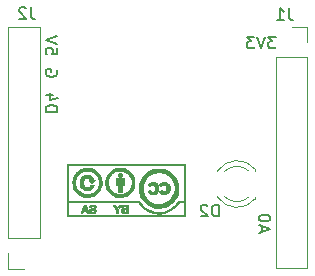
<source format=gbr>
G04 #@! TF.GenerationSoftware,KiCad,Pcbnew,5.0.0*
G04 #@! TF.CreationDate,2018-07-28T11:39:45+02:00*
G04 #@! TF.ProjectId,PTL-IR_remote,50544C2D49525F72656D6F74652E6B69,v1.1*
G04 #@! TF.SameCoordinates,Original*
G04 #@! TF.FileFunction,Legend,Bot*
G04 #@! TF.FilePolarity,Positive*
%FSLAX46Y46*%
G04 Gerber Fmt 4.6, Leading zero omitted, Abs format (unit mm)*
G04 Created by KiCad (PCBNEW 5.0.0) date Sat Jul 28 11:39:45 2018*
%MOMM*%
%LPD*%
G01*
G04 APERTURE LIST*
%ADD10C,0.150000*%
%ADD11C,0.120000*%
%ADD12C,0.002540*%
G04 APERTURE END LIST*
D10*
X175823619Y-106148095D02*
X176823619Y-106148095D01*
X176823619Y-105910000D01*
X176776000Y-105767142D01*
X176680761Y-105671904D01*
X176585523Y-105624285D01*
X176395047Y-105576666D01*
X176252190Y-105576666D01*
X176061714Y-105624285D01*
X175966476Y-105671904D01*
X175871238Y-105767142D01*
X175823619Y-105910000D01*
X175823619Y-106148095D01*
X176490285Y-104719523D02*
X175823619Y-104719523D01*
X176871238Y-104957619D02*
X176156952Y-105195714D01*
X176156952Y-104576666D01*
X194143333Y-116284285D02*
X194143333Y-115808095D01*
X193857619Y-116379523D02*
X194857619Y-116046190D01*
X193857619Y-115712857D01*
X194857619Y-115189047D02*
X194857619Y-115093809D01*
X194810000Y-114998571D01*
X194762380Y-114950952D01*
X194667142Y-114903333D01*
X194476666Y-114855714D01*
X194238571Y-114855714D01*
X194048095Y-114903333D01*
X193952857Y-114950952D01*
X193905238Y-114998571D01*
X193857619Y-115093809D01*
X193857619Y-115189047D01*
X193905238Y-115284285D01*
X193952857Y-115331904D01*
X194048095Y-115379523D01*
X194238571Y-115427142D01*
X194476666Y-115427142D01*
X194667142Y-115379523D01*
X194762380Y-115331904D01*
X194810000Y-115284285D01*
X194857619Y-115189047D01*
X195294095Y-99782380D02*
X194675047Y-99782380D01*
X195008380Y-100163333D01*
X194865523Y-100163333D01*
X194770285Y-100210952D01*
X194722666Y-100258571D01*
X194675047Y-100353809D01*
X194675047Y-100591904D01*
X194722666Y-100687142D01*
X194770285Y-100734761D01*
X194865523Y-100782380D01*
X195151238Y-100782380D01*
X195246476Y-100734761D01*
X195294095Y-100687142D01*
X194389333Y-99782380D02*
X194056000Y-100782380D01*
X193722666Y-99782380D01*
X193484571Y-99782380D02*
X192865523Y-99782380D01*
X193198857Y-100163333D01*
X193056000Y-100163333D01*
X192960761Y-100210952D01*
X192913142Y-100258571D01*
X192865523Y-100353809D01*
X192865523Y-100591904D01*
X192913142Y-100687142D01*
X192960761Y-100734761D01*
X193056000Y-100782380D01*
X193341714Y-100782380D01*
X193436952Y-100734761D01*
X193484571Y-100687142D01*
X176823619Y-100774476D02*
X176823619Y-101250666D01*
X176347428Y-101298285D01*
X176395047Y-101250666D01*
X176442666Y-101155428D01*
X176442666Y-100917333D01*
X176395047Y-100822095D01*
X176347428Y-100774476D01*
X176252190Y-100726857D01*
X176014095Y-100726857D01*
X175918857Y-100774476D01*
X175871238Y-100822095D01*
X175823619Y-100917333D01*
X175823619Y-101155428D01*
X175871238Y-101250666D01*
X175918857Y-101298285D01*
X176823619Y-100441142D02*
X175823619Y-100107809D01*
X176823619Y-99774476D01*
X176776000Y-102608095D02*
X176823619Y-102703333D01*
X176823619Y-102846190D01*
X176776000Y-102989047D01*
X176680761Y-103084285D01*
X176585523Y-103131904D01*
X176395047Y-103179523D01*
X176252190Y-103179523D01*
X176061714Y-103131904D01*
X175966476Y-103084285D01*
X175871238Y-102989047D01*
X175823619Y-102846190D01*
X175823619Y-102750952D01*
X175871238Y-102608095D01*
X175918857Y-102560476D01*
X176252190Y-102560476D01*
X176252190Y-102750952D01*
D11*
G04 #@! TO.C,D2*
X190351665Y-111189392D02*
G75*
G02X193584000Y-111032484I1672335J-1078608D01*
G01*
X190351665Y-113346608D02*
G75*
G03X193584000Y-113503516I1672335J1078608D01*
G01*
X190982870Y-111188163D02*
G75*
G02X193064961Y-111188000I1041130J-1079837D01*
G01*
X190982870Y-113347837D02*
G75*
G03X193064961Y-113348000I1041130J1079837D01*
G01*
X193584000Y-111032000D02*
X193584000Y-111188000D01*
X193584000Y-113348000D02*
X193584000Y-113504000D01*
G04 #@! TO.C,J1*
X197989500Y-101536500D02*
X197989500Y-119376500D01*
X197989500Y-119376500D02*
X195329500Y-119376500D01*
X195329500Y-119376500D02*
X195329500Y-101536500D01*
X195329500Y-101536500D02*
X197989500Y-101536500D01*
X197989500Y-100266500D02*
X197989500Y-98936500D01*
X197989500Y-98936500D02*
X196659500Y-98936500D01*
G04 #@! TO.C,J2*
X172660000Y-116840000D02*
X172660000Y-99000000D01*
X172660000Y-99000000D02*
X175320000Y-99000000D01*
X175320000Y-99000000D02*
X175320000Y-116840000D01*
X175320000Y-116840000D02*
X172660000Y-116840000D01*
X172660000Y-118110000D02*
X172660000Y-119440000D01*
X172660000Y-119440000D02*
X173990000Y-119440000D01*
D12*
G04 #@! TO.C,G\002A\002A\002A*
G36*
X178704240Y-112130840D02*
X178711860Y-112252760D01*
X178737260Y-112372140D01*
X178777900Y-112483900D01*
X178805840Y-112527080D01*
X178843940Y-112577880D01*
X178884580Y-112626140D01*
X178889660Y-112631220D01*
X178986180Y-112709960D01*
X179095400Y-112768380D01*
X179212240Y-112798860D01*
X179336700Y-112811560D01*
X179463700Y-112801400D01*
X179471320Y-112798860D01*
X179578000Y-112768380D01*
X179674520Y-112712500D01*
X179753260Y-112638840D01*
X179819300Y-112544860D01*
X179867560Y-112433100D01*
X179885340Y-112364520D01*
X179895500Y-112328960D01*
X179735480Y-112328960D01*
X179575460Y-112328960D01*
X179567840Y-112382300D01*
X179550060Y-112435640D01*
X179517040Y-112483900D01*
X179476400Y-112519460D01*
X179471320Y-112522000D01*
X179443380Y-112532160D01*
X179402740Y-112542320D01*
X179372260Y-112547400D01*
X179285900Y-112552480D01*
X179209700Y-112532160D01*
X179143660Y-112491520D01*
X179090320Y-112428020D01*
X179052220Y-112344200D01*
X179026820Y-112240060D01*
X179019200Y-112148620D01*
X179024280Y-112054640D01*
X179039520Y-111965740D01*
X179067460Y-111889540D01*
X179070000Y-111881920D01*
X179113180Y-111823500D01*
X179171600Y-111777780D01*
X179232560Y-111754920D01*
X179311300Y-111744760D01*
X179390040Y-111754920D01*
X179458620Y-111782860D01*
X179514500Y-111826040D01*
X179547520Y-111874300D01*
X179567840Y-111917480D01*
X179572920Y-111942880D01*
X179562760Y-111955580D01*
X179537360Y-111960660D01*
X179527200Y-111960660D01*
X179478940Y-111960660D01*
X179603400Y-112085120D01*
X179727860Y-112209580D01*
X179852320Y-112085120D01*
X179976780Y-111960660D01*
X179931060Y-111960660D01*
X179892960Y-111953040D01*
X179872640Y-111932720D01*
X179867560Y-111897160D01*
X179862480Y-111866680D01*
X179842160Y-111820960D01*
X179814220Y-111767620D01*
X179783740Y-111714280D01*
X179750720Y-111668560D01*
X179722780Y-111635540D01*
X179638960Y-111569500D01*
X179542440Y-111521240D01*
X179435760Y-111493300D01*
X179321460Y-111485680D01*
X179204620Y-111495840D01*
X179090320Y-111528860D01*
X179024280Y-111559340D01*
X178932840Y-111617760D01*
X178856640Y-111696500D01*
X178793140Y-111790480D01*
X178747420Y-111897160D01*
X178716940Y-112011460D01*
X178704240Y-112130840D01*
X178704240Y-112130840D01*
G37*
X178704240Y-112130840D02*
X178711860Y-112252760D01*
X178737260Y-112372140D01*
X178777900Y-112483900D01*
X178805840Y-112527080D01*
X178843940Y-112577880D01*
X178884580Y-112626140D01*
X178889660Y-112631220D01*
X178986180Y-112709960D01*
X179095400Y-112768380D01*
X179212240Y-112798860D01*
X179336700Y-112811560D01*
X179463700Y-112801400D01*
X179471320Y-112798860D01*
X179578000Y-112768380D01*
X179674520Y-112712500D01*
X179753260Y-112638840D01*
X179819300Y-112544860D01*
X179867560Y-112433100D01*
X179885340Y-112364520D01*
X179895500Y-112328960D01*
X179735480Y-112328960D01*
X179575460Y-112328960D01*
X179567840Y-112382300D01*
X179550060Y-112435640D01*
X179517040Y-112483900D01*
X179476400Y-112519460D01*
X179471320Y-112522000D01*
X179443380Y-112532160D01*
X179402740Y-112542320D01*
X179372260Y-112547400D01*
X179285900Y-112552480D01*
X179209700Y-112532160D01*
X179143660Y-112491520D01*
X179090320Y-112428020D01*
X179052220Y-112344200D01*
X179026820Y-112240060D01*
X179019200Y-112148620D01*
X179024280Y-112054640D01*
X179039520Y-111965740D01*
X179067460Y-111889540D01*
X179070000Y-111881920D01*
X179113180Y-111823500D01*
X179171600Y-111777780D01*
X179232560Y-111754920D01*
X179311300Y-111744760D01*
X179390040Y-111754920D01*
X179458620Y-111782860D01*
X179514500Y-111826040D01*
X179547520Y-111874300D01*
X179567840Y-111917480D01*
X179572920Y-111942880D01*
X179562760Y-111955580D01*
X179537360Y-111960660D01*
X179527200Y-111960660D01*
X179478940Y-111960660D01*
X179603400Y-112085120D01*
X179727860Y-112209580D01*
X179852320Y-112085120D01*
X179976780Y-111960660D01*
X179931060Y-111960660D01*
X179892960Y-111953040D01*
X179872640Y-111932720D01*
X179867560Y-111897160D01*
X179862480Y-111866680D01*
X179842160Y-111820960D01*
X179814220Y-111767620D01*
X179783740Y-111714280D01*
X179750720Y-111668560D01*
X179722780Y-111635540D01*
X179638960Y-111569500D01*
X179542440Y-111521240D01*
X179435760Y-111493300D01*
X179321460Y-111485680D01*
X179204620Y-111495840D01*
X179090320Y-111528860D01*
X179024280Y-111559340D01*
X178932840Y-111617760D01*
X178856640Y-111696500D01*
X178793140Y-111790480D01*
X178747420Y-111897160D01*
X178716940Y-112011460D01*
X178704240Y-112130840D01*
G36*
X181942740Y-111526320D02*
X181952900Y-111577120D01*
X181980840Y-111622840D01*
X182021480Y-111660940D01*
X182079900Y-111683800D01*
X182084980Y-111683800D01*
X182120540Y-111683800D01*
X182163720Y-111676180D01*
X182173880Y-111671100D01*
X182206900Y-111660940D01*
X182224680Y-111653320D01*
X182227220Y-111653320D01*
X182234840Y-111643160D01*
X182250080Y-111620300D01*
X182255160Y-111610140D01*
X182280560Y-111549180D01*
X182283100Y-111488220D01*
X182265320Y-111434880D01*
X182229760Y-111389160D01*
X182178960Y-111356140D01*
X182118000Y-111343440D01*
X182107840Y-111343440D01*
X182046880Y-111353600D01*
X181998620Y-111384080D01*
X181965600Y-111424720D01*
X181947820Y-111472980D01*
X181942740Y-111526320D01*
X181942740Y-111526320D01*
G37*
X181942740Y-111526320D02*
X181952900Y-111577120D01*
X181980840Y-111622840D01*
X182021480Y-111660940D01*
X182079900Y-111683800D01*
X182084980Y-111683800D01*
X182120540Y-111683800D01*
X182163720Y-111676180D01*
X182173880Y-111671100D01*
X182206900Y-111660940D01*
X182224680Y-111653320D01*
X182227220Y-111653320D01*
X182234840Y-111643160D01*
X182250080Y-111620300D01*
X182255160Y-111610140D01*
X182280560Y-111549180D01*
X182283100Y-111488220D01*
X182265320Y-111434880D01*
X182229760Y-111389160D01*
X182178960Y-111356140D01*
X182118000Y-111343440D01*
X182107840Y-111343440D01*
X182046880Y-111353600D01*
X181998620Y-111384080D01*
X181965600Y-111424720D01*
X181947820Y-111472980D01*
X181942740Y-111526320D01*
G36*
X181780180Y-111869220D02*
X181782720Y-111909860D01*
X181782720Y-111965740D01*
X181782720Y-112034320D01*
X181782720Y-112100360D01*
X181785260Y-112328960D01*
X181851300Y-112334040D01*
X181917340Y-112336580D01*
X181922420Y-112633760D01*
X181924960Y-112928400D01*
X182115460Y-112928400D01*
X182308500Y-112928400D01*
X182308500Y-112628680D01*
X182308500Y-112328960D01*
X182361840Y-112331500D01*
X182399940Y-112331500D01*
X182427880Y-112331500D01*
X182432960Y-112331500D01*
X182438040Y-112323880D01*
X182443120Y-112303560D01*
X182445660Y-112268000D01*
X182448200Y-112212120D01*
X182448200Y-112135920D01*
X182448200Y-112069880D01*
X182448200Y-111980980D01*
X182448200Y-111909860D01*
X182445660Y-111859060D01*
X182440580Y-111826040D01*
X182438040Y-111800640D01*
X182430420Y-111785400D01*
X182427880Y-111782860D01*
X182420260Y-111775240D01*
X182412640Y-111767620D01*
X182397400Y-111762540D01*
X182374540Y-111760000D01*
X182341520Y-111757460D01*
X182290720Y-111754920D01*
X182222140Y-111754920D01*
X182130700Y-111754920D01*
X182115460Y-111754920D01*
X182016400Y-111754920D01*
X181937660Y-111757460D01*
X181879240Y-111760000D01*
X181836060Y-111765080D01*
X181808120Y-111772700D01*
X181792880Y-111785400D01*
X181785260Y-111803180D01*
X181782720Y-111826040D01*
X181780180Y-111851440D01*
X181780180Y-111869220D01*
X181780180Y-111869220D01*
G37*
X181780180Y-111869220D02*
X181782720Y-111909860D01*
X181782720Y-111965740D01*
X181782720Y-112034320D01*
X181782720Y-112100360D01*
X181785260Y-112328960D01*
X181851300Y-112334040D01*
X181917340Y-112336580D01*
X181922420Y-112633760D01*
X181924960Y-112928400D01*
X182115460Y-112928400D01*
X182308500Y-112928400D01*
X182308500Y-112628680D01*
X182308500Y-112328960D01*
X182361840Y-112331500D01*
X182399940Y-112331500D01*
X182427880Y-112331500D01*
X182432960Y-112331500D01*
X182438040Y-112323880D01*
X182443120Y-112303560D01*
X182445660Y-112268000D01*
X182448200Y-112212120D01*
X182448200Y-112135920D01*
X182448200Y-112069880D01*
X182448200Y-111980980D01*
X182448200Y-111909860D01*
X182445660Y-111859060D01*
X182440580Y-111826040D01*
X182438040Y-111800640D01*
X182430420Y-111785400D01*
X182427880Y-111782860D01*
X182420260Y-111775240D01*
X182412640Y-111767620D01*
X182397400Y-111762540D01*
X182374540Y-111760000D01*
X182341520Y-111757460D01*
X182290720Y-111754920D01*
X182222140Y-111754920D01*
X182130700Y-111754920D01*
X182115460Y-111754920D01*
X182016400Y-111754920D01*
X181937660Y-111757460D01*
X181879240Y-111760000D01*
X181836060Y-111765080D01*
X181808120Y-111772700D01*
X181792880Y-111785400D01*
X181785260Y-111803180D01*
X181782720Y-111826040D01*
X181780180Y-111851440D01*
X181780180Y-111869220D01*
G36*
X184459880Y-112877600D02*
X184459880Y-112892840D01*
X184475120Y-112920780D01*
X184490360Y-112943640D01*
X184564020Y-113024920D01*
X184645300Y-113080800D01*
X184736740Y-113118900D01*
X184840880Y-113134140D01*
X184957720Y-113131600D01*
X185054240Y-113113820D01*
X185138060Y-113078260D01*
X185214260Y-113024920D01*
X185226960Y-113012220D01*
X185293000Y-112933480D01*
X185341260Y-112842040D01*
X185369200Y-112735360D01*
X185371740Y-112715040D01*
X185376820Y-112595660D01*
X185364120Y-112486440D01*
X185331100Y-112382300D01*
X185280300Y-112293400D01*
X185214260Y-112219740D01*
X185132980Y-112161320D01*
X185084720Y-112138460D01*
X184985660Y-112115600D01*
X184878980Y-112107980D01*
X184772300Y-112118140D01*
X184673240Y-112146080D01*
X184660540Y-112151160D01*
X184614820Y-112176560D01*
X184564020Y-112214660D01*
X184518300Y-112257840D01*
X184482740Y-112298480D01*
X184470040Y-112316260D01*
X184462420Y-112334040D01*
X184462420Y-112346740D01*
X184475120Y-112356900D01*
X184500520Y-112372140D01*
X184543700Y-112395000D01*
X184561480Y-112405160D01*
X184668160Y-112458500D01*
X184729120Y-112395000D01*
X184764680Y-112359440D01*
X184787540Y-112341660D01*
X184812940Y-112331500D01*
X184845960Y-112328960D01*
X184861200Y-112328960D01*
X184932320Y-112339120D01*
X184988200Y-112367060D01*
X185031380Y-112417860D01*
X185051700Y-112450880D01*
X185072020Y-112516920D01*
X185082180Y-112595660D01*
X185082180Y-112679480D01*
X185066940Y-112755680D01*
X185054240Y-112791240D01*
X185016140Y-112849660D01*
X184965340Y-112890300D01*
X184904380Y-112910620D01*
X184838340Y-112913160D01*
X184774840Y-112892840D01*
X184718960Y-112852200D01*
X184691020Y-112821720D01*
X184670700Y-112796320D01*
X184665620Y-112786160D01*
X184658000Y-112781080D01*
X184640220Y-112781080D01*
X184609740Y-112793780D01*
X184564020Y-112819180D01*
X184520840Y-112842040D01*
X184482740Y-112862360D01*
X184462420Y-112875060D01*
X184459880Y-112877600D01*
X184459880Y-112877600D01*
G37*
X184459880Y-112877600D02*
X184459880Y-112892840D01*
X184475120Y-112920780D01*
X184490360Y-112943640D01*
X184564020Y-113024920D01*
X184645300Y-113080800D01*
X184736740Y-113118900D01*
X184840880Y-113134140D01*
X184957720Y-113131600D01*
X185054240Y-113113820D01*
X185138060Y-113078260D01*
X185214260Y-113024920D01*
X185226960Y-113012220D01*
X185293000Y-112933480D01*
X185341260Y-112842040D01*
X185369200Y-112735360D01*
X185371740Y-112715040D01*
X185376820Y-112595660D01*
X185364120Y-112486440D01*
X185331100Y-112382300D01*
X185280300Y-112293400D01*
X185214260Y-112219740D01*
X185132980Y-112161320D01*
X185084720Y-112138460D01*
X184985660Y-112115600D01*
X184878980Y-112107980D01*
X184772300Y-112118140D01*
X184673240Y-112146080D01*
X184660540Y-112151160D01*
X184614820Y-112176560D01*
X184564020Y-112214660D01*
X184518300Y-112257840D01*
X184482740Y-112298480D01*
X184470040Y-112316260D01*
X184462420Y-112334040D01*
X184462420Y-112346740D01*
X184475120Y-112356900D01*
X184500520Y-112372140D01*
X184543700Y-112395000D01*
X184561480Y-112405160D01*
X184668160Y-112458500D01*
X184729120Y-112395000D01*
X184764680Y-112359440D01*
X184787540Y-112341660D01*
X184812940Y-112331500D01*
X184845960Y-112328960D01*
X184861200Y-112328960D01*
X184932320Y-112339120D01*
X184988200Y-112367060D01*
X185031380Y-112417860D01*
X185051700Y-112450880D01*
X185072020Y-112516920D01*
X185082180Y-112595660D01*
X185082180Y-112679480D01*
X185066940Y-112755680D01*
X185054240Y-112791240D01*
X185016140Y-112849660D01*
X184965340Y-112890300D01*
X184904380Y-112910620D01*
X184838340Y-112913160D01*
X184774840Y-112892840D01*
X184718960Y-112852200D01*
X184691020Y-112821720D01*
X184670700Y-112796320D01*
X184665620Y-112786160D01*
X184658000Y-112781080D01*
X184640220Y-112781080D01*
X184609740Y-112793780D01*
X184564020Y-112819180D01*
X184520840Y-112842040D01*
X184482740Y-112862360D01*
X184462420Y-112875060D01*
X184459880Y-112877600D01*
G36*
X185409840Y-112880140D02*
X185432700Y-112918240D01*
X185465720Y-112963960D01*
X185516520Y-113012220D01*
X185569860Y-113057940D01*
X185623200Y-113090960D01*
X185635900Y-113096040D01*
X185727340Y-113123980D01*
X185834020Y-113134140D01*
X185915300Y-113131600D01*
X186024520Y-113108740D01*
X186118500Y-113068100D01*
X186197240Y-113007140D01*
X186260740Y-112928400D01*
X186306460Y-112834420D01*
X186334400Y-112730280D01*
X186339480Y-112608360D01*
X186336940Y-112575340D01*
X186321700Y-112463580D01*
X186286140Y-112369600D01*
X186232800Y-112285780D01*
X186212480Y-112260380D01*
X186131200Y-112189260D01*
X186034680Y-112138460D01*
X185930540Y-112110520D01*
X185816240Y-112107980D01*
X185765440Y-112113060D01*
X185707020Y-112125760D01*
X185646060Y-112141000D01*
X185605420Y-112158780D01*
X185567320Y-112181640D01*
X185524140Y-112214660D01*
X185483500Y-112252760D01*
X185450480Y-112288320D01*
X185427620Y-112321340D01*
X185422540Y-112336580D01*
X185432700Y-112351820D01*
X185460640Y-112372140D01*
X185503820Y-112395000D01*
X185524140Y-112407700D01*
X185625740Y-112458500D01*
X185686700Y-112395000D01*
X185722260Y-112359440D01*
X185747660Y-112341660D01*
X185770520Y-112331500D01*
X185803540Y-112328960D01*
X185821320Y-112328960D01*
X185892440Y-112341660D01*
X185950860Y-112372140D01*
X185999120Y-112425480D01*
X186001660Y-112433100D01*
X186019440Y-112476280D01*
X186029600Y-112539780D01*
X186034680Y-112608360D01*
X186032140Y-112682020D01*
X186024520Y-112745520D01*
X186016900Y-112776000D01*
X185986420Y-112836960D01*
X185943240Y-112880140D01*
X185884820Y-112903000D01*
X185823860Y-112908080D01*
X185755280Y-112903000D01*
X185707020Y-112882680D01*
X185663840Y-112842040D01*
X185646060Y-112816640D01*
X185625740Y-112788700D01*
X185610500Y-112776000D01*
X185595260Y-112781080D01*
X185562240Y-112796320D01*
X185521600Y-112819180D01*
X185503820Y-112826800D01*
X185409840Y-112880140D01*
X185409840Y-112880140D01*
G37*
X185409840Y-112880140D02*
X185432700Y-112918240D01*
X185465720Y-112963960D01*
X185516520Y-113012220D01*
X185569860Y-113057940D01*
X185623200Y-113090960D01*
X185635900Y-113096040D01*
X185727340Y-113123980D01*
X185834020Y-113134140D01*
X185915300Y-113131600D01*
X186024520Y-113108740D01*
X186118500Y-113068100D01*
X186197240Y-113007140D01*
X186260740Y-112928400D01*
X186306460Y-112834420D01*
X186334400Y-112730280D01*
X186339480Y-112608360D01*
X186336940Y-112575340D01*
X186321700Y-112463580D01*
X186286140Y-112369600D01*
X186232800Y-112285780D01*
X186212480Y-112260380D01*
X186131200Y-112189260D01*
X186034680Y-112138460D01*
X185930540Y-112110520D01*
X185816240Y-112107980D01*
X185765440Y-112113060D01*
X185707020Y-112125760D01*
X185646060Y-112141000D01*
X185605420Y-112158780D01*
X185567320Y-112181640D01*
X185524140Y-112214660D01*
X185483500Y-112252760D01*
X185450480Y-112288320D01*
X185427620Y-112321340D01*
X185422540Y-112336580D01*
X185432700Y-112351820D01*
X185460640Y-112372140D01*
X185503820Y-112395000D01*
X185524140Y-112407700D01*
X185625740Y-112458500D01*
X185686700Y-112395000D01*
X185722260Y-112359440D01*
X185747660Y-112341660D01*
X185770520Y-112331500D01*
X185803540Y-112328960D01*
X185821320Y-112328960D01*
X185892440Y-112341660D01*
X185950860Y-112372140D01*
X185999120Y-112425480D01*
X186001660Y-112433100D01*
X186019440Y-112476280D01*
X186029600Y-112539780D01*
X186034680Y-112608360D01*
X186032140Y-112682020D01*
X186024520Y-112745520D01*
X186016900Y-112776000D01*
X185986420Y-112836960D01*
X185943240Y-112880140D01*
X185884820Y-112903000D01*
X185823860Y-112908080D01*
X185755280Y-112903000D01*
X185707020Y-112882680D01*
X185663840Y-112842040D01*
X185646060Y-112816640D01*
X185625740Y-112788700D01*
X185610500Y-112776000D01*
X185595260Y-112781080D01*
X185562240Y-112796320D01*
X185521600Y-112819180D01*
X185503820Y-112826800D01*
X185409840Y-112880140D01*
G36*
X178099720Y-112166400D02*
X178102260Y-112265460D01*
X178109880Y-112354360D01*
X178120040Y-112425480D01*
X178122580Y-112435640D01*
X178175920Y-112603280D01*
X178254660Y-112758220D01*
X178325780Y-112859820D01*
X178325780Y-112176560D01*
X178325780Y-112100360D01*
X178333400Y-111996220D01*
X178346100Y-111909860D01*
X178363880Y-111831120D01*
X178394360Y-111752380D01*
X178424840Y-111686340D01*
X178503580Y-111556800D01*
X178600100Y-111439960D01*
X178716940Y-111335820D01*
X178843940Y-111249460D01*
X178981100Y-111185960D01*
X179024280Y-111170720D01*
X179113180Y-111147860D01*
X179217320Y-111135160D01*
X179329080Y-111130080D01*
X179438300Y-111132620D01*
X179534820Y-111145320D01*
X179544980Y-111147860D01*
X179692300Y-111193580D01*
X179829460Y-111262160D01*
X179956460Y-111348520D01*
X180068220Y-111455200D01*
X180164740Y-111579660D01*
X180243480Y-111716820D01*
X180291740Y-111831120D01*
X180309520Y-111881920D01*
X180319680Y-111925100D01*
X180327300Y-111963200D01*
X180332380Y-112006380D01*
X180334920Y-112062260D01*
X180334920Y-112133380D01*
X180332380Y-112242600D01*
X180322220Y-112336580D01*
X180301900Y-112420400D01*
X180273960Y-112501680D01*
X180243480Y-112565180D01*
X180182520Y-112666780D01*
X180106320Y-112768380D01*
X180017420Y-112859820D01*
X179923440Y-112943640D01*
X179837080Y-113002060D01*
X179705000Y-113068100D01*
X179562760Y-113111280D01*
X179412900Y-113136680D01*
X179260500Y-113139220D01*
X179113180Y-113118900D01*
X179064920Y-113106200D01*
X178930300Y-113057940D01*
X178798220Y-112986820D01*
X178678840Y-112900460D01*
X178569620Y-112796320D01*
X178480720Y-112687100D01*
X178412140Y-112567720D01*
X178404520Y-112552480D01*
X178361340Y-112433100D01*
X178335940Y-112311180D01*
X178325780Y-112176560D01*
X178325780Y-112859820D01*
X178353720Y-112900460D01*
X178473100Y-113030000D01*
X178582320Y-113121440D01*
X178732180Y-113217960D01*
X178889660Y-113291620D01*
X179057300Y-113342420D01*
X179230020Y-113367820D01*
X179407820Y-113370360D01*
X179537360Y-113355120D01*
X179699920Y-113317020D01*
X179854860Y-113256060D01*
X180002180Y-113169700D01*
X180141880Y-113063020D01*
X180266340Y-112936020D01*
X180284120Y-112915700D01*
X180388260Y-112776000D01*
X180467000Y-112626140D01*
X180525420Y-112466120D01*
X180558440Y-112301020D01*
X180568600Y-112133380D01*
X180555900Y-111963200D01*
X180520340Y-111795560D01*
X180459380Y-111630460D01*
X180441600Y-111594900D01*
X180357780Y-111447580D01*
X180251100Y-111310420D01*
X180129180Y-111191040D01*
X179992020Y-111089440D01*
X179844700Y-111005620D01*
X179687220Y-110947200D01*
X179651660Y-110934500D01*
X179605940Y-110924340D01*
X179562760Y-110916720D01*
X179517040Y-110911640D01*
X179461160Y-110909100D01*
X179390040Y-110906560D01*
X179326540Y-110906560D01*
X179237640Y-110909100D01*
X179171600Y-110911640D01*
X179118260Y-110914180D01*
X179072540Y-110921800D01*
X179029360Y-110929420D01*
X179006500Y-110937040D01*
X178902360Y-110970060D01*
X178793140Y-111018320D01*
X178689000Y-111071660D01*
X178610260Y-111122460D01*
X178556920Y-111165640D01*
X178493420Y-111224060D01*
X178427380Y-111287560D01*
X178366420Y-111353600D01*
X178318160Y-111412020D01*
X178300380Y-111439960D01*
X178252120Y-111516160D01*
X178206400Y-111607600D01*
X178165760Y-111701580D01*
X178135280Y-111793020D01*
X178130200Y-111813340D01*
X178114960Y-111881920D01*
X178107340Y-111968280D01*
X178099720Y-112064800D01*
X178099720Y-112166400D01*
X178099720Y-112166400D01*
G37*
X178099720Y-112166400D02*
X178102260Y-112265460D01*
X178109880Y-112354360D01*
X178120040Y-112425480D01*
X178122580Y-112435640D01*
X178175920Y-112603280D01*
X178254660Y-112758220D01*
X178325780Y-112859820D01*
X178325780Y-112176560D01*
X178325780Y-112100360D01*
X178333400Y-111996220D01*
X178346100Y-111909860D01*
X178363880Y-111831120D01*
X178394360Y-111752380D01*
X178424840Y-111686340D01*
X178503580Y-111556800D01*
X178600100Y-111439960D01*
X178716940Y-111335820D01*
X178843940Y-111249460D01*
X178981100Y-111185960D01*
X179024280Y-111170720D01*
X179113180Y-111147860D01*
X179217320Y-111135160D01*
X179329080Y-111130080D01*
X179438300Y-111132620D01*
X179534820Y-111145320D01*
X179544980Y-111147860D01*
X179692300Y-111193580D01*
X179829460Y-111262160D01*
X179956460Y-111348520D01*
X180068220Y-111455200D01*
X180164740Y-111579660D01*
X180243480Y-111716820D01*
X180291740Y-111831120D01*
X180309520Y-111881920D01*
X180319680Y-111925100D01*
X180327300Y-111963200D01*
X180332380Y-112006380D01*
X180334920Y-112062260D01*
X180334920Y-112133380D01*
X180332380Y-112242600D01*
X180322220Y-112336580D01*
X180301900Y-112420400D01*
X180273960Y-112501680D01*
X180243480Y-112565180D01*
X180182520Y-112666780D01*
X180106320Y-112768380D01*
X180017420Y-112859820D01*
X179923440Y-112943640D01*
X179837080Y-113002060D01*
X179705000Y-113068100D01*
X179562760Y-113111280D01*
X179412900Y-113136680D01*
X179260500Y-113139220D01*
X179113180Y-113118900D01*
X179064920Y-113106200D01*
X178930300Y-113057940D01*
X178798220Y-112986820D01*
X178678840Y-112900460D01*
X178569620Y-112796320D01*
X178480720Y-112687100D01*
X178412140Y-112567720D01*
X178404520Y-112552480D01*
X178361340Y-112433100D01*
X178335940Y-112311180D01*
X178325780Y-112176560D01*
X178325780Y-112859820D01*
X178353720Y-112900460D01*
X178473100Y-113030000D01*
X178582320Y-113121440D01*
X178732180Y-113217960D01*
X178889660Y-113291620D01*
X179057300Y-113342420D01*
X179230020Y-113367820D01*
X179407820Y-113370360D01*
X179537360Y-113355120D01*
X179699920Y-113317020D01*
X179854860Y-113256060D01*
X180002180Y-113169700D01*
X180141880Y-113063020D01*
X180266340Y-112936020D01*
X180284120Y-112915700D01*
X180388260Y-112776000D01*
X180467000Y-112626140D01*
X180525420Y-112466120D01*
X180558440Y-112301020D01*
X180568600Y-112133380D01*
X180555900Y-111963200D01*
X180520340Y-111795560D01*
X180459380Y-111630460D01*
X180441600Y-111594900D01*
X180357780Y-111447580D01*
X180251100Y-111310420D01*
X180129180Y-111191040D01*
X179992020Y-111089440D01*
X179844700Y-111005620D01*
X179687220Y-110947200D01*
X179651660Y-110934500D01*
X179605940Y-110924340D01*
X179562760Y-110916720D01*
X179517040Y-110911640D01*
X179461160Y-110909100D01*
X179390040Y-110906560D01*
X179326540Y-110906560D01*
X179237640Y-110909100D01*
X179171600Y-110911640D01*
X179118260Y-110914180D01*
X179072540Y-110921800D01*
X179029360Y-110929420D01*
X179006500Y-110937040D01*
X178902360Y-110970060D01*
X178793140Y-111018320D01*
X178689000Y-111071660D01*
X178610260Y-111122460D01*
X178556920Y-111165640D01*
X178493420Y-111224060D01*
X178427380Y-111287560D01*
X178366420Y-111353600D01*
X178318160Y-111412020D01*
X178300380Y-111439960D01*
X178252120Y-111516160D01*
X178206400Y-111607600D01*
X178165760Y-111701580D01*
X178135280Y-111793020D01*
X178130200Y-111813340D01*
X178114960Y-111881920D01*
X178107340Y-111968280D01*
X178099720Y-112064800D01*
X178099720Y-112166400D01*
G36*
X180873400Y-112138460D02*
X180883560Y-112311180D01*
X180911500Y-112468660D01*
X180959760Y-112613440D01*
X181028340Y-112750600D01*
X181107080Y-112859820D01*
X181107080Y-112138460D01*
X181114700Y-112001300D01*
X181135020Y-111879380D01*
X181173120Y-111762540D01*
X181201060Y-111699040D01*
X181274720Y-111572040D01*
X181371240Y-111455200D01*
X181483000Y-111351060D01*
X181607460Y-111262160D01*
X181742080Y-111196120D01*
X181823360Y-111165640D01*
X181864000Y-111152940D01*
X181904640Y-111145320D01*
X181950360Y-111140240D01*
X182003700Y-111137700D01*
X182074820Y-111135160D01*
X182110380Y-111135160D01*
X182189120Y-111137700D01*
X182250080Y-111137700D01*
X182298340Y-111142780D01*
X182338980Y-111150400D01*
X182379620Y-111160560D01*
X182397400Y-111165640D01*
X182544720Y-111224060D01*
X182676800Y-111305340D01*
X182798720Y-111404400D01*
X182905400Y-111521240D01*
X182994300Y-111653320D01*
X183060340Y-111798100D01*
X183088280Y-111879380D01*
X183103520Y-111960660D01*
X183113680Y-112057180D01*
X183116220Y-112158780D01*
X183111140Y-112257840D01*
X183100980Y-112346740D01*
X183093360Y-112379760D01*
X183037480Y-112529620D01*
X182961280Y-112669320D01*
X182864760Y-112796320D01*
X182750460Y-112908080D01*
X182681880Y-112958880D01*
X182549800Y-113040160D01*
X182405020Y-113098580D01*
X182252620Y-113134140D01*
X182095140Y-113141760D01*
X181965600Y-113131600D01*
X181848760Y-113106200D01*
X181729380Y-113065560D01*
X181617620Y-113012220D01*
X181589680Y-112996980D01*
X181549040Y-112969040D01*
X181498240Y-112928400D01*
X181442360Y-112877600D01*
X181389020Y-112826800D01*
X181330600Y-112770920D01*
X181287420Y-112720120D01*
X181254400Y-112674400D01*
X181226460Y-112626140D01*
X181211220Y-112598200D01*
X181162960Y-112486440D01*
X181129940Y-112374680D01*
X181112160Y-112260380D01*
X181107080Y-112138460D01*
X181107080Y-112859820D01*
X181117240Y-112877600D01*
X181216300Y-112986820D01*
X181353460Y-113108740D01*
X181495700Y-113207800D01*
X181648100Y-113284000D01*
X181808120Y-113334800D01*
X181810660Y-113337340D01*
X181886860Y-113350040D01*
X181975760Y-113360200D01*
X182072280Y-113367820D01*
X182166260Y-113370360D01*
X182247540Y-113367820D01*
X182300880Y-113362740D01*
X182468520Y-113322100D01*
X182628540Y-113258600D01*
X182778400Y-113172240D01*
X182920640Y-113065560D01*
X182981600Y-113007140D01*
X183100980Y-112869980D01*
X183197500Y-112727740D01*
X183271160Y-112570260D01*
X183311800Y-112445800D01*
X183324500Y-112389920D01*
X183334660Y-112336580D01*
X183339740Y-112283240D01*
X183342280Y-112219740D01*
X183344820Y-112146080D01*
X183339740Y-112026700D01*
X183332120Y-111930180D01*
X183321960Y-111874300D01*
X183273700Y-111709200D01*
X183202580Y-111554260D01*
X183111140Y-111412020D01*
X183001920Y-111279940D01*
X182877460Y-111165640D01*
X182740300Y-111069120D01*
X182592980Y-110992920D01*
X182432960Y-110937040D01*
X182402480Y-110929420D01*
X182323740Y-110916720D01*
X182227220Y-110909100D01*
X182125620Y-110906560D01*
X182018940Y-110906560D01*
X181919880Y-110914180D01*
X181833520Y-110926880D01*
X181790340Y-110937040D01*
X181625240Y-110992920D01*
X181470300Y-111074200D01*
X181325520Y-111178340D01*
X181195980Y-111302800D01*
X181081680Y-111445040D01*
X181068980Y-111460280D01*
X180995320Y-111582200D01*
X180941980Y-111701580D01*
X180903880Y-111828580D01*
X180881020Y-111968280D01*
X180873400Y-112123220D01*
X180873400Y-112138460D01*
X180873400Y-112138460D01*
G37*
X180873400Y-112138460D02*
X180883560Y-112311180D01*
X180911500Y-112468660D01*
X180959760Y-112613440D01*
X181028340Y-112750600D01*
X181107080Y-112859820D01*
X181107080Y-112138460D01*
X181114700Y-112001300D01*
X181135020Y-111879380D01*
X181173120Y-111762540D01*
X181201060Y-111699040D01*
X181274720Y-111572040D01*
X181371240Y-111455200D01*
X181483000Y-111351060D01*
X181607460Y-111262160D01*
X181742080Y-111196120D01*
X181823360Y-111165640D01*
X181864000Y-111152940D01*
X181904640Y-111145320D01*
X181950360Y-111140240D01*
X182003700Y-111137700D01*
X182074820Y-111135160D01*
X182110380Y-111135160D01*
X182189120Y-111137700D01*
X182250080Y-111137700D01*
X182298340Y-111142780D01*
X182338980Y-111150400D01*
X182379620Y-111160560D01*
X182397400Y-111165640D01*
X182544720Y-111224060D01*
X182676800Y-111305340D01*
X182798720Y-111404400D01*
X182905400Y-111521240D01*
X182994300Y-111653320D01*
X183060340Y-111798100D01*
X183088280Y-111879380D01*
X183103520Y-111960660D01*
X183113680Y-112057180D01*
X183116220Y-112158780D01*
X183111140Y-112257840D01*
X183100980Y-112346740D01*
X183093360Y-112379760D01*
X183037480Y-112529620D01*
X182961280Y-112669320D01*
X182864760Y-112796320D01*
X182750460Y-112908080D01*
X182681880Y-112958880D01*
X182549800Y-113040160D01*
X182405020Y-113098580D01*
X182252620Y-113134140D01*
X182095140Y-113141760D01*
X181965600Y-113131600D01*
X181848760Y-113106200D01*
X181729380Y-113065560D01*
X181617620Y-113012220D01*
X181589680Y-112996980D01*
X181549040Y-112969040D01*
X181498240Y-112928400D01*
X181442360Y-112877600D01*
X181389020Y-112826800D01*
X181330600Y-112770920D01*
X181287420Y-112720120D01*
X181254400Y-112674400D01*
X181226460Y-112626140D01*
X181211220Y-112598200D01*
X181162960Y-112486440D01*
X181129940Y-112374680D01*
X181112160Y-112260380D01*
X181107080Y-112138460D01*
X181107080Y-112859820D01*
X181117240Y-112877600D01*
X181216300Y-112986820D01*
X181353460Y-113108740D01*
X181495700Y-113207800D01*
X181648100Y-113284000D01*
X181808120Y-113334800D01*
X181810660Y-113337340D01*
X181886860Y-113350040D01*
X181975760Y-113360200D01*
X182072280Y-113367820D01*
X182166260Y-113370360D01*
X182247540Y-113367820D01*
X182300880Y-113362740D01*
X182468520Y-113322100D01*
X182628540Y-113258600D01*
X182778400Y-113172240D01*
X182920640Y-113065560D01*
X182981600Y-113007140D01*
X183100980Y-112869980D01*
X183197500Y-112727740D01*
X183271160Y-112570260D01*
X183311800Y-112445800D01*
X183324500Y-112389920D01*
X183334660Y-112336580D01*
X183339740Y-112283240D01*
X183342280Y-112219740D01*
X183344820Y-112146080D01*
X183339740Y-112026700D01*
X183332120Y-111930180D01*
X183321960Y-111874300D01*
X183273700Y-111709200D01*
X183202580Y-111554260D01*
X183111140Y-111412020D01*
X183001920Y-111279940D01*
X182877460Y-111165640D01*
X182740300Y-111069120D01*
X182592980Y-110992920D01*
X182432960Y-110937040D01*
X182402480Y-110929420D01*
X182323740Y-110916720D01*
X182227220Y-110909100D01*
X182125620Y-110906560D01*
X182018940Y-110906560D01*
X181919880Y-110914180D01*
X181833520Y-110926880D01*
X181790340Y-110937040D01*
X181625240Y-110992920D01*
X181470300Y-111074200D01*
X181325520Y-111178340D01*
X181195980Y-111302800D01*
X181081680Y-111445040D01*
X181068980Y-111460280D01*
X180995320Y-111582200D01*
X180941980Y-111701580D01*
X180903880Y-111828580D01*
X180881020Y-111968280D01*
X180873400Y-112123220D01*
X180873400Y-112138460D01*
G36*
X183738520Y-112600740D02*
X183738520Y-112692180D01*
X183743600Y-112814100D01*
X183753760Y-112920780D01*
X183771540Y-113014760D01*
X183794400Y-113106200D01*
X183824880Y-113200180D01*
X183850280Y-113266220D01*
X183929020Y-113431320D01*
X184030620Y-113588800D01*
X184033160Y-113591340D01*
X184033160Y-112600740D01*
X184045860Y-112422940D01*
X184083960Y-112250220D01*
X184142380Y-112082580D01*
X184221120Y-111925100D01*
X184322720Y-111780320D01*
X184442100Y-111645700D01*
X184581800Y-111526320D01*
X184739280Y-111424720D01*
X184746900Y-111419640D01*
X184899300Y-111348520D01*
X185064400Y-111297720D01*
X185234580Y-111269780D01*
X185409840Y-111259620D01*
X185582560Y-111272320D01*
X185752740Y-111305340D01*
X185915300Y-111361220D01*
X186019440Y-111409480D01*
X186164220Y-111500920D01*
X186298840Y-111612680D01*
X186423300Y-111739680D01*
X186529980Y-111879380D01*
X186616340Y-112029240D01*
X186684920Y-112184180D01*
X186710320Y-112273080D01*
X186748420Y-112458500D01*
X186758580Y-112638840D01*
X186745880Y-112816640D01*
X186705240Y-112989360D01*
X186644280Y-113157000D01*
X186557920Y-113317020D01*
X186451240Y-113466880D01*
X186321700Y-113604040D01*
X186176920Y-113725960D01*
X186021980Y-113825020D01*
X185861960Y-113898680D01*
X185691780Y-113949480D01*
X185513980Y-113974880D01*
X185328560Y-113977420D01*
X185160920Y-113959640D01*
X185003440Y-113924080D01*
X184851040Y-113865660D01*
X184701180Y-113786920D01*
X184561480Y-113690400D01*
X184434480Y-113581180D01*
X184320180Y-113456720D01*
X184223660Y-113324640D01*
X184150000Y-113184940D01*
X184132220Y-113141760D01*
X184073800Y-112961420D01*
X184040780Y-112778540D01*
X184033160Y-112600740D01*
X184033160Y-113591340D01*
X184150000Y-113733580D01*
X184284620Y-113865660D01*
X184434480Y-113982500D01*
X184594500Y-114084100D01*
X184762140Y-114165380D01*
X184937400Y-114226340D01*
X185112660Y-114264440D01*
X185199020Y-114274600D01*
X185280300Y-114282220D01*
X185343800Y-114284760D01*
X185397140Y-114287300D01*
X185447940Y-114287300D01*
X185498740Y-114284760D01*
X185544460Y-114282220D01*
X185740040Y-114254280D01*
X185925460Y-114206020D01*
X186100720Y-114132360D01*
X186270900Y-114038380D01*
X186430920Y-113919000D01*
X186588400Y-113774220D01*
X186590940Y-113769140D01*
X186728100Y-113614200D01*
X186839860Y-113454180D01*
X186926220Y-113286540D01*
X186992260Y-113111280D01*
X187032900Y-112923320D01*
X187053220Y-112727740D01*
X187058300Y-112623600D01*
X187048140Y-112440720D01*
X187025280Y-112270540D01*
X186984640Y-112110520D01*
X186923680Y-111953040D01*
X186875420Y-111856520D01*
X186771280Y-111681260D01*
X186649360Y-111523780D01*
X186509660Y-111381540D01*
X186354720Y-111257080D01*
X186189620Y-111152940D01*
X186011820Y-111066580D01*
X185826400Y-111005620D01*
X185709560Y-110980220D01*
X185625740Y-110967520D01*
X185524140Y-110962440D01*
X185412380Y-110959900D01*
X185300620Y-110959900D01*
X185196480Y-110967520D01*
X185105040Y-110977680D01*
X185084720Y-110980220D01*
X184891680Y-111028480D01*
X184706260Y-111097060D01*
X184531000Y-111188500D01*
X184370980Y-111300260D01*
X184223660Y-111429800D01*
X184091580Y-111574580D01*
X183977280Y-111734600D01*
X183883300Y-111907320D01*
X183809640Y-112092740D01*
X183794400Y-112138460D01*
X183771540Y-112227360D01*
X183756300Y-112311180D01*
X183743600Y-112397540D01*
X183738520Y-112491520D01*
X183738520Y-112600740D01*
X183738520Y-112600740D01*
G37*
X183738520Y-112600740D02*
X183738520Y-112692180D01*
X183743600Y-112814100D01*
X183753760Y-112920780D01*
X183771540Y-113014760D01*
X183794400Y-113106200D01*
X183824880Y-113200180D01*
X183850280Y-113266220D01*
X183929020Y-113431320D01*
X184030620Y-113588800D01*
X184033160Y-113591340D01*
X184033160Y-112600740D01*
X184045860Y-112422940D01*
X184083960Y-112250220D01*
X184142380Y-112082580D01*
X184221120Y-111925100D01*
X184322720Y-111780320D01*
X184442100Y-111645700D01*
X184581800Y-111526320D01*
X184739280Y-111424720D01*
X184746900Y-111419640D01*
X184899300Y-111348520D01*
X185064400Y-111297720D01*
X185234580Y-111269780D01*
X185409840Y-111259620D01*
X185582560Y-111272320D01*
X185752740Y-111305340D01*
X185915300Y-111361220D01*
X186019440Y-111409480D01*
X186164220Y-111500920D01*
X186298840Y-111612680D01*
X186423300Y-111739680D01*
X186529980Y-111879380D01*
X186616340Y-112029240D01*
X186684920Y-112184180D01*
X186710320Y-112273080D01*
X186748420Y-112458500D01*
X186758580Y-112638840D01*
X186745880Y-112816640D01*
X186705240Y-112989360D01*
X186644280Y-113157000D01*
X186557920Y-113317020D01*
X186451240Y-113466880D01*
X186321700Y-113604040D01*
X186176920Y-113725960D01*
X186021980Y-113825020D01*
X185861960Y-113898680D01*
X185691780Y-113949480D01*
X185513980Y-113974880D01*
X185328560Y-113977420D01*
X185160920Y-113959640D01*
X185003440Y-113924080D01*
X184851040Y-113865660D01*
X184701180Y-113786920D01*
X184561480Y-113690400D01*
X184434480Y-113581180D01*
X184320180Y-113456720D01*
X184223660Y-113324640D01*
X184150000Y-113184940D01*
X184132220Y-113141760D01*
X184073800Y-112961420D01*
X184040780Y-112778540D01*
X184033160Y-112600740D01*
X184033160Y-113591340D01*
X184150000Y-113733580D01*
X184284620Y-113865660D01*
X184434480Y-113982500D01*
X184594500Y-114084100D01*
X184762140Y-114165380D01*
X184937400Y-114226340D01*
X185112660Y-114264440D01*
X185199020Y-114274600D01*
X185280300Y-114282220D01*
X185343800Y-114284760D01*
X185397140Y-114287300D01*
X185447940Y-114287300D01*
X185498740Y-114284760D01*
X185544460Y-114282220D01*
X185740040Y-114254280D01*
X185925460Y-114206020D01*
X186100720Y-114132360D01*
X186270900Y-114038380D01*
X186430920Y-113919000D01*
X186588400Y-113774220D01*
X186590940Y-113769140D01*
X186728100Y-113614200D01*
X186839860Y-113454180D01*
X186926220Y-113286540D01*
X186992260Y-113111280D01*
X187032900Y-112923320D01*
X187053220Y-112727740D01*
X187058300Y-112623600D01*
X187048140Y-112440720D01*
X187025280Y-112270540D01*
X186984640Y-112110520D01*
X186923680Y-111953040D01*
X186875420Y-111856520D01*
X186771280Y-111681260D01*
X186649360Y-111523780D01*
X186509660Y-111381540D01*
X186354720Y-111257080D01*
X186189620Y-111152940D01*
X186011820Y-111066580D01*
X185826400Y-111005620D01*
X185709560Y-110980220D01*
X185625740Y-110967520D01*
X185524140Y-110962440D01*
X185412380Y-110959900D01*
X185300620Y-110959900D01*
X185196480Y-110967520D01*
X185105040Y-110977680D01*
X185084720Y-110980220D01*
X184891680Y-111028480D01*
X184706260Y-111097060D01*
X184531000Y-111188500D01*
X184370980Y-111300260D01*
X184223660Y-111429800D01*
X184091580Y-111574580D01*
X183977280Y-111734600D01*
X183883300Y-111907320D01*
X183809640Y-112092740D01*
X183794400Y-112138460D01*
X183771540Y-112227360D01*
X183756300Y-112311180D01*
X183743600Y-112397540D01*
X183738520Y-112491520D01*
X183738520Y-112600740D01*
G36*
X178782980Y-114719100D02*
X178793140Y-114724180D01*
X178826160Y-114726720D01*
X178864260Y-114729260D01*
X178945540Y-114729260D01*
X178968400Y-114653060D01*
X178991260Y-114576860D01*
X179039520Y-114576860D01*
X179039520Y-114447320D01*
X179080160Y-114333020D01*
X179095400Y-114284760D01*
X179113180Y-114246660D01*
X179123340Y-114228880D01*
X179125880Y-114226340D01*
X179136040Y-114241580D01*
X179148740Y-114274600D01*
X179163980Y-114317780D01*
X179179220Y-114363500D01*
X179194460Y-114404140D01*
X179202080Y-114432080D01*
X179204620Y-114439700D01*
X179191920Y-114444780D01*
X179161440Y-114447320D01*
X179123340Y-114447320D01*
X179039520Y-114447320D01*
X179039520Y-114576860D01*
X179123340Y-114576860D01*
X179252880Y-114576860D01*
X179280820Y-114653060D01*
X179308760Y-114729260D01*
X179390040Y-114729260D01*
X179468780Y-114729260D01*
X179336700Y-114381280D01*
X179207160Y-114033300D01*
X179120800Y-114033300D01*
X179036980Y-114033300D01*
X178909980Y-114371120D01*
X178876960Y-114460020D01*
X178846480Y-114538760D01*
X178821080Y-114607340D01*
X178803300Y-114663220D01*
X178788060Y-114701320D01*
X178782980Y-114719100D01*
X178782980Y-114719100D01*
G37*
X178782980Y-114719100D02*
X178793140Y-114724180D01*
X178826160Y-114726720D01*
X178864260Y-114729260D01*
X178945540Y-114729260D01*
X178968400Y-114653060D01*
X178991260Y-114576860D01*
X179039520Y-114576860D01*
X179039520Y-114447320D01*
X179080160Y-114333020D01*
X179095400Y-114284760D01*
X179113180Y-114246660D01*
X179123340Y-114228880D01*
X179125880Y-114226340D01*
X179136040Y-114241580D01*
X179148740Y-114274600D01*
X179163980Y-114317780D01*
X179179220Y-114363500D01*
X179194460Y-114404140D01*
X179202080Y-114432080D01*
X179204620Y-114439700D01*
X179191920Y-114444780D01*
X179161440Y-114447320D01*
X179123340Y-114447320D01*
X179039520Y-114447320D01*
X179039520Y-114576860D01*
X179123340Y-114576860D01*
X179252880Y-114576860D01*
X179280820Y-114653060D01*
X179308760Y-114729260D01*
X179390040Y-114729260D01*
X179468780Y-114729260D01*
X179336700Y-114381280D01*
X179207160Y-114033300D01*
X179120800Y-114033300D01*
X179036980Y-114033300D01*
X178909980Y-114371120D01*
X178876960Y-114460020D01*
X178846480Y-114538760D01*
X178821080Y-114607340D01*
X178803300Y-114663220D01*
X178788060Y-114701320D01*
X178782980Y-114719100D01*
G36*
X181503320Y-114025680D02*
X181637940Y-114249200D01*
X181772560Y-114472720D01*
X181772560Y-114599720D01*
X181772560Y-114729260D01*
X181848760Y-114729260D01*
X181924960Y-114729260D01*
X181924960Y-114594640D01*
X181924960Y-114457480D01*
X182049420Y-114251740D01*
X182087520Y-114185700D01*
X182120540Y-114127280D01*
X182148480Y-114081560D01*
X182168800Y-114051080D01*
X182176420Y-114035840D01*
X182166260Y-114030760D01*
X182138320Y-114028220D01*
X182097680Y-114025680D01*
X182092600Y-114025680D01*
X182003700Y-114025680D01*
X181924960Y-114162840D01*
X181886860Y-114223800D01*
X181861460Y-114261900D01*
X181843680Y-114282220D01*
X181833520Y-114279680D01*
X181823360Y-114261900D01*
X181803040Y-114228880D01*
X181777640Y-114183160D01*
X181754780Y-114147600D01*
X181688740Y-114033300D01*
X181597300Y-114028220D01*
X181503320Y-114025680D01*
X181503320Y-114025680D01*
G37*
X181503320Y-114025680D02*
X181637940Y-114249200D01*
X181772560Y-114472720D01*
X181772560Y-114599720D01*
X181772560Y-114729260D01*
X181848760Y-114729260D01*
X181924960Y-114729260D01*
X181924960Y-114594640D01*
X181924960Y-114457480D01*
X182049420Y-114251740D01*
X182087520Y-114185700D01*
X182120540Y-114127280D01*
X182148480Y-114081560D01*
X182168800Y-114051080D01*
X182176420Y-114035840D01*
X182166260Y-114030760D01*
X182138320Y-114028220D01*
X182097680Y-114025680D01*
X182092600Y-114025680D01*
X182003700Y-114025680D01*
X181924960Y-114162840D01*
X181886860Y-114223800D01*
X181861460Y-114261900D01*
X181843680Y-114282220D01*
X181833520Y-114279680D01*
X181823360Y-114261900D01*
X181803040Y-114228880D01*
X181777640Y-114183160D01*
X181754780Y-114147600D01*
X181688740Y-114033300D01*
X181597300Y-114028220D01*
X181503320Y-114025680D01*
G36*
X182209440Y-114551460D02*
X182229760Y-114617500D01*
X182270400Y-114670840D01*
X182326280Y-114703860D01*
X182349140Y-114714020D01*
X182372000Y-114719100D01*
X182372000Y-114510820D01*
X182377080Y-114472720D01*
X182392320Y-114447320D01*
X182397400Y-114444780D01*
X182397400Y-114218720D01*
X182410100Y-114183160D01*
X182417720Y-114173000D01*
X182438040Y-114162840D01*
X182471060Y-114157760D01*
X182526940Y-114155220D01*
X182537100Y-114155220D01*
X182633620Y-114155220D01*
X182638700Y-114195860D01*
X182641240Y-114236500D01*
X182641240Y-114272060D01*
X182636160Y-114289840D01*
X182628540Y-114300000D01*
X182613300Y-114305080D01*
X182577740Y-114307620D01*
X182547260Y-114307620D01*
X182481220Y-114305080D01*
X182438040Y-114294920D01*
X182425340Y-114287300D01*
X182402480Y-114256820D01*
X182397400Y-114218720D01*
X182397400Y-114444780D01*
X182422800Y-114432080D01*
X182473600Y-114424460D01*
X182534560Y-114421920D01*
X182636160Y-114421920D01*
X182636160Y-114510820D01*
X182636160Y-114602260D01*
X182529480Y-114602260D01*
X182468520Y-114599720D01*
X182430420Y-114594640D01*
X182405020Y-114587020D01*
X182394860Y-114579400D01*
X182377080Y-114546380D01*
X182372000Y-114510820D01*
X182372000Y-114719100D01*
X182377080Y-114719100D01*
X182412640Y-114724180D01*
X182463440Y-114726720D01*
X182529480Y-114729260D01*
X182592980Y-114729260D01*
X182803800Y-114729260D01*
X182803800Y-114378740D01*
X182803800Y-114025680D01*
X182595520Y-114025680D01*
X182501540Y-114028220D01*
X182432960Y-114030760D01*
X182379620Y-114035840D01*
X182341520Y-114046000D01*
X182311040Y-114058700D01*
X182288180Y-114079020D01*
X182278020Y-114086640D01*
X182260240Y-114122200D01*
X182247540Y-114173000D01*
X182245000Y-114223800D01*
X182250080Y-114249200D01*
X182265320Y-114282220D01*
X182290720Y-114315240D01*
X182293260Y-114317780D01*
X182313580Y-114338100D01*
X182316120Y-114350800D01*
X182308500Y-114355880D01*
X182272940Y-114378740D01*
X182239920Y-114416840D01*
X182217060Y-114460020D01*
X182211980Y-114477800D01*
X182209440Y-114551460D01*
X182209440Y-114551460D01*
G37*
X182209440Y-114551460D02*
X182229760Y-114617500D01*
X182270400Y-114670840D01*
X182326280Y-114703860D01*
X182349140Y-114714020D01*
X182372000Y-114719100D01*
X182372000Y-114510820D01*
X182377080Y-114472720D01*
X182392320Y-114447320D01*
X182397400Y-114444780D01*
X182397400Y-114218720D01*
X182410100Y-114183160D01*
X182417720Y-114173000D01*
X182438040Y-114162840D01*
X182471060Y-114157760D01*
X182526940Y-114155220D01*
X182537100Y-114155220D01*
X182633620Y-114155220D01*
X182638700Y-114195860D01*
X182641240Y-114236500D01*
X182641240Y-114272060D01*
X182636160Y-114289840D01*
X182628540Y-114300000D01*
X182613300Y-114305080D01*
X182577740Y-114307620D01*
X182547260Y-114307620D01*
X182481220Y-114305080D01*
X182438040Y-114294920D01*
X182425340Y-114287300D01*
X182402480Y-114256820D01*
X182397400Y-114218720D01*
X182397400Y-114444780D01*
X182422800Y-114432080D01*
X182473600Y-114424460D01*
X182534560Y-114421920D01*
X182636160Y-114421920D01*
X182636160Y-114510820D01*
X182636160Y-114602260D01*
X182529480Y-114602260D01*
X182468520Y-114599720D01*
X182430420Y-114594640D01*
X182405020Y-114587020D01*
X182394860Y-114579400D01*
X182377080Y-114546380D01*
X182372000Y-114510820D01*
X182372000Y-114719100D01*
X182377080Y-114719100D01*
X182412640Y-114724180D01*
X182463440Y-114726720D01*
X182529480Y-114729260D01*
X182592980Y-114729260D01*
X182803800Y-114729260D01*
X182803800Y-114378740D01*
X182803800Y-114025680D01*
X182595520Y-114025680D01*
X182501540Y-114028220D01*
X182432960Y-114030760D01*
X182379620Y-114035840D01*
X182341520Y-114046000D01*
X182311040Y-114058700D01*
X182288180Y-114079020D01*
X182278020Y-114086640D01*
X182260240Y-114122200D01*
X182247540Y-114173000D01*
X182245000Y-114223800D01*
X182250080Y-114249200D01*
X182265320Y-114282220D01*
X182290720Y-114315240D01*
X182293260Y-114317780D01*
X182313580Y-114338100D01*
X182316120Y-114350800D01*
X182308500Y-114355880D01*
X182272940Y-114378740D01*
X182239920Y-114416840D01*
X182217060Y-114460020D01*
X182211980Y-114477800D01*
X182209440Y-114551460D01*
G36*
X179486560Y-114551460D02*
X179499260Y-114599720D01*
X179527200Y-114645440D01*
X179537360Y-114658140D01*
X179588160Y-114698780D01*
X179656740Y-114729260D01*
X179735480Y-114744500D01*
X179814220Y-114747040D01*
X179824380Y-114744500D01*
X179913280Y-114724180D01*
X179984400Y-114686080D01*
X180037740Y-114635280D01*
X180070760Y-114569240D01*
X180073300Y-114561620D01*
X180080920Y-114523520D01*
X180073300Y-114500660D01*
X180050440Y-114487960D01*
X180007260Y-114487960D01*
X179997100Y-114487960D01*
X179956460Y-114493040D01*
X179933600Y-114500660D01*
X179923440Y-114515900D01*
X179915820Y-114536220D01*
X179887880Y-114581940D01*
X179844700Y-114609880D01*
X179791360Y-114625120D01*
X179730400Y-114620040D01*
X179694840Y-114607340D01*
X179656740Y-114584480D01*
X179641500Y-114556540D01*
X179644040Y-114520980D01*
X179651660Y-114503200D01*
X179669440Y-114485420D01*
X179702460Y-114470180D01*
X179750720Y-114449860D01*
X179819300Y-114429540D01*
X179857400Y-114416840D01*
X179915820Y-114396520D01*
X179959000Y-114378740D01*
X179989480Y-114358420D01*
X180007260Y-114340640D01*
X180042820Y-114282220D01*
X180055520Y-114226340D01*
X180050440Y-114167920D01*
X180025040Y-114117120D01*
X179981860Y-114071400D01*
X179928520Y-114035840D01*
X179862480Y-114012980D01*
X179788820Y-114005360D01*
X179717700Y-114012980D01*
X179633880Y-114035840D01*
X179572920Y-114073940D01*
X179534820Y-114124740D01*
X179514500Y-114188240D01*
X179514500Y-114190780D01*
X179506880Y-114244120D01*
X179580540Y-114244120D01*
X179621180Y-114241580D01*
X179644040Y-114236500D01*
X179656740Y-114226340D01*
X179666900Y-114203480D01*
X179692300Y-114165380D01*
X179732940Y-114139980D01*
X179781200Y-114129820D01*
X179829460Y-114134900D01*
X179872640Y-114157760D01*
X179875180Y-114160300D01*
X179900580Y-114188240D01*
X179903120Y-114208560D01*
X179890420Y-114233960D01*
X179885340Y-114241580D01*
X179857400Y-114259360D01*
X179804060Y-114282220D01*
X179727860Y-114305080D01*
X179722780Y-114305080D01*
X179636420Y-114333020D01*
X179575460Y-114360960D01*
X179532280Y-114391440D01*
X179504340Y-114432080D01*
X179489100Y-114480340D01*
X179489100Y-114490500D01*
X179486560Y-114551460D01*
X179486560Y-114551460D01*
G37*
X179486560Y-114551460D02*
X179499260Y-114599720D01*
X179527200Y-114645440D01*
X179537360Y-114658140D01*
X179588160Y-114698780D01*
X179656740Y-114729260D01*
X179735480Y-114744500D01*
X179814220Y-114747040D01*
X179824380Y-114744500D01*
X179913280Y-114724180D01*
X179984400Y-114686080D01*
X180037740Y-114635280D01*
X180070760Y-114569240D01*
X180073300Y-114561620D01*
X180080920Y-114523520D01*
X180073300Y-114500660D01*
X180050440Y-114487960D01*
X180007260Y-114487960D01*
X179997100Y-114487960D01*
X179956460Y-114493040D01*
X179933600Y-114500660D01*
X179923440Y-114515900D01*
X179915820Y-114536220D01*
X179887880Y-114581940D01*
X179844700Y-114609880D01*
X179791360Y-114625120D01*
X179730400Y-114620040D01*
X179694840Y-114607340D01*
X179656740Y-114584480D01*
X179641500Y-114556540D01*
X179644040Y-114520980D01*
X179651660Y-114503200D01*
X179669440Y-114485420D01*
X179702460Y-114470180D01*
X179750720Y-114449860D01*
X179819300Y-114429540D01*
X179857400Y-114416840D01*
X179915820Y-114396520D01*
X179959000Y-114378740D01*
X179989480Y-114358420D01*
X180007260Y-114340640D01*
X180042820Y-114282220D01*
X180055520Y-114226340D01*
X180050440Y-114167920D01*
X180025040Y-114117120D01*
X179981860Y-114071400D01*
X179928520Y-114035840D01*
X179862480Y-114012980D01*
X179788820Y-114005360D01*
X179717700Y-114012980D01*
X179633880Y-114035840D01*
X179572920Y-114073940D01*
X179534820Y-114124740D01*
X179514500Y-114188240D01*
X179514500Y-114190780D01*
X179506880Y-114244120D01*
X179580540Y-114244120D01*
X179621180Y-114241580D01*
X179644040Y-114236500D01*
X179656740Y-114226340D01*
X179666900Y-114203480D01*
X179692300Y-114165380D01*
X179732940Y-114139980D01*
X179781200Y-114129820D01*
X179829460Y-114134900D01*
X179872640Y-114157760D01*
X179875180Y-114160300D01*
X179900580Y-114188240D01*
X179903120Y-114208560D01*
X179890420Y-114233960D01*
X179885340Y-114241580D01*
X179857400Y-114259360D01*
X179804060Y-114282220D01*
X179727860Y-114305080D01*
X179722780Y-114305080D01*
X179636420Y-114333020D01*
X179575460Y-114360960D01*
X179532280Y-114391440D01*
X179504340Y-114432080D01*
X179489100Y-114480340D01*
X179489100Y-114490500D01*
X179486560Y-114551460D01*
G36*
X177619660Y-115008660D02*
X177733960Y-115008660D01*
X177733960Y-113667540D01*
X177733960Y-112201960D01*
X177733960Y-110731300D01*
X177772060Y-110693200D01*
X177810160Y-110657640D01*
X182620920Y-110657640D01*
X187429140Y-110657640D01*
X187467240Y-110693200D01*
X187505340Y-110731300D01*
X187505340Y-112201960D01*
X187502800Y-113667540D01*
X187276740Y-113670080D01*
X187050680Y-113670080D01*
X186966860Y-113799620D01*
X186844940Y-113967260D01*
X186702700Y-114119660D01*
X186542680Y-114256820D01*
X186367420Y-114376200D01*
X186179460Y-114475260D01*
X185981340Y-114554000D01*
X185775600Y-114609880D01*
X185610500Y-114637820D01*
X185524140Y-114645440D01*
X185422540Y-114647980D01*
X185310780Y-114645440D01*
X185201560Y-114637820D01*
X185102500Y-114625120D01*
X185041540Y-114614960D01*
X184825640Y-114559080D01*
X184622440Y-114480340D01*
X184434480Y-114383820D01*
X184256680Y-114261900D01*
X184091580Y-114117120D01*
X184023000Y-114048540D01*
X183967120Y-113987580D01*
X183911240Y-113916460D01*
X183857900Y-113845340D01*
X183824880Y-113799620D01*
X183743600Y-113670080D01*
X180741320Y-113670080D01*
X177733960Y-113667540D01*
X177733960Y-115008660D01*
X177749200Y-115008660D01*
X177749200Y-114907060D01*
X177749200Y-114345720D01*
X177749200Y-113784380D01*
X180705760Y-113784380D01*
X183659780Y-113784380D01*
X183738520Y-113901220D01*
X183835040Y-114038380D01*
X183931560Y-114157760D01*
X184030620Y-114256820D01*
X184134760Y-114345720D01*
X184251600Y-114424460D01*
X184337960Y-114475260D01*
X184477660Y-114546380D01*
X184602120Y-114604800D01*
X184718960Y-114653060D01*
X184838340Y-114691160D01*
X184962800Y-114721640D01*
X184967880Y-114721640D01*
X185150760Y-114757200D01*
X185323480Y-114772440D01*
X185488580Y-114772440D01*
X185656220Y-114754660D01*
X185826400Y-114721640D01*
X186021980Y-114663220D01*
X186217560Y-114581940D01*
X186418220Y-114472720D01*
X186618880Y-114340640D01*
X186687460Y-114292380D01*
X186738260Y-114249200D01*
X186799220Y-114190780D01*
X186862720Y-114124740D01*
X186928760Y-114056160D01*
X186992260Y-113982500D01*
X187045600Y-113916460D01*
X187088780Y-113858040D01*
X187111640Y-113822480D01*
X187131960Y-113784380D01*
X187325000Y-113784380D01*
X187518040Y-113784380D01*
X187518040Y-114345720D01*
X187518040Y-114907060D01*
X182631080Y-114907060D01*
X177749200Y-114907060D01*
X177749200Y-115008660D01*
X182613300Y-115008660D01*
X187604400Y-115008660D01*
X187612020Y-114828320D01*
X187614560Y-114790220D01*
X187614560Y-114731800D01*
X187614560Y-114650520D01*
X187614560Y-114551460D01*
X187617100Y-114434620D01*
X187617100Y-114302540D01*
X187617100Y-114155220D01*
X187617100Y-113995200D01*
X187617100Y-113825020D01*
X187617100Y-113644680D01*
X187617100Y-113456720D01*
X187617100Y-113263680D01*
X187617100Y-113065560D01*
X187617100Y-112864900D01*
X187617100Y-112664240D01*
X187617100Y-112461040D01*
X187614560Y-112260380D01*
X187614560Y-112064800D01*
X187614560Y-111871760D01*
X187614560Y-111686340D01*
X187612020Y-111511080D01*
X187612020Y-111343440D01*
X187609480Y-111188500D01*
X187609480Y-111046260D01*
X187609480Y-110919260D01*
X187606940Y-110810040D01*
X187606940Y-110716060D01*
X187604400Y-110644940D01*
X187604400Y-110591600D01*
X187601860Y-110563660D01*
X187601860Y-110558580D01*
X187589160Y-110558580D01*
X187551060Y-110558580D01*
X187490100Y-110556040D01*
X187406280Y-110556040D01*
X187302140Y-110556040D01*
X187175140Y-110556040D01*
X187032900Y-110553500D01*
X186870340Y-110553500D01*
X186690000Y-110553500D01*
X186494420Y-110553500D01*
X186283600Y-110550960D01*
X186060080Y-110550960D01*
X185821320Y-110550960D01*
X185572400Y-110550960D01*
X185313320Y-110550960D01*
X185044080Y-110548420D01*
X184767220Y-110548420D01*
X184480200Y-110548420D01*
X184190640Y-110548420D01*
X183893460Y-110548420D01*
X183591200Y-110548420D01*
X183286400Y-110545880D01*
X182979060Y-110545880D01*
X182669180Y-110545880D01*
X182364380Y-110545880D01*
X182057040Y-110545880D01*
X181752240Y-110545880D01*
X181449980Y-110545880D01*
X181150260Y-110545880D01*
X180858160Y-110545880D01*
X180571140Y-110545880D01*
X180291740Y-110545880D01*
X180019960Y-110545880D01*
X179758340Y-110545880D01*
X179506880Y-110545880D01*
X179268120Y-110545880D01*
X179042060Y-110545880D01*
X178828700Y-110545880D01*
X178630580Y-110545880D01*
X178447700Y-110545880D01*
X178280060Y-110545880D01*
X178132740Y-110548420D01*
X178003200Y-110548420D01*
X177896520Y-110548420D01*
X177807620Y-110548420D01*
X177741580Y-110550960D01*
X177698400Y-110550960D01*
X177680620Y-110550960D01*
X177619660Y-110558580D01*
X177619660Y-112783620D01*
X177619660Y-115008660D01*
X177619660Y-115008660D01*
G37*
X177619660Y-115008660D02*
X177733960Y-115008660D01*
X177733960Y-113667540D01*
X177733960Y-112201960D01*
X177733960Y-110731300D01*
X177772060Y-110693200D01*
X177810160Y-110657640D01*
X182620920Y-110657640D01*
X187429140Y-110657640D01*
X187467240Y-110693200D01*
X187505340Y-110731300D01*
X187505340Y-112201960D01*
X187502800Y-113667540D01*
X187276740Y-113670080D01*
X187050680Y-113670080D01*
X186966860Y-113799620D01*
X186844940Y-113967260D01*
X186702700Y-114119660D01*
X186542680Y-114256820D01*
X186367420Y-114376200D01*
X186179460Y-114475260D01*
X185981340Y-114554000D01*
X185775600Y-114609880D01*
X185610500Y-114637820D01*
X185524140Y-114645440D01*
X185422540Y-114647980D01*
X185310780Y-114645440D01*
X185201560Y-114637820D01*
X185102500Y-114625120D01*
X185041540Y-114614960D01*
X184825640Y-114559080D01*
X184622440Y-114480340D01*
X184434480Y-114383820D01*
X184256680Y-114261900D01*
X184091580Y-114117120D01*
X184023000Y-114048540D01*
X183967120Y-113987580D01*
X183911240Y-113916460D01*
X183857900Y-113845340D01*
X183824880Y-113799620D01*
X183743600Y-113670080D01*
X180741320Y-113670080D01*
X177733960Y-113667540D01*
X177733960Y-115008660D01*
X177749200Y-115008660D01*
X177749200Y-114907060D01*
X177749200Y-114345720D01*
X177749200Y-113784380D01*
X180705760Y-113784380D01*
X183659780Y-113784380D01*
X183738520Y-113901220D01*
X183835040Y-114038380D01*
X183931560Y-114157760D01*
X184030620Y-114256820D01*
X184134760Y-114345720D01*
X184251600Y-114424460D01*
X184337960Y-114475260D01*
X184477660Y-114546380D01*
X184602120Y-114604800D01*
X184718960Y-114653060D01*
X184838340Y-114691160D01*
X184962800Y-114721640D01*
X184967880Y-114721640D01*
X185150760Y-114757200D01*
X185323480Y-114772440D01*
X185488580Y-114772440D01*
X185656220Y-114754660D01*
X185826400Y-114721640D01*
X186021980Y-114663220D01*
X186217560Y-114581940D01*
X186418220Y-114472720D01*
X186618880Y-114340640D01*
X186687460Y-114292380D01*
X186738260Y-114249200D01*
X186799220Y-114190780D01*
X186862720Y-114124740D01*
X186928760Y-114056160D01*
X186992260Y-113982500D01*
X187045600Y-113916460D01*
X187088780Y-113858040D01*
X187111640Y-113822480D01*
X187131960Y-113784380D01*
X187325000Y-113784380D01*
X187518040Y-113784380D01*
X187518040Y-114345720D01*
X187518040Y-114907060D01*
X182631080Y-114907060D01*
X177749200Y-114907060D01*
X177749200Y-115008660D01*
X182613300Y-115008660D01*
X187604400Y-115008660D01*
X187612020Y-114828320D01*
X187614560Y-114790220D01*
X187614560Y-114731800D01*
X187614560Y-114650520D01*
X187614560Y-114551460D01*
X187617100Y-114434620D01*
X187617100Y-114302540D01*
X187617100Y-114155220D01*
X187617100Y-113995200D01*
X187617100Y-113825020D01*
X187617100Y-113644680D01*
X187617100Y-113456720D01*
X187617100Y-113263680D01*
X187617100Y-113065560D01*
X187617100Y-112864900D01*
X187617100Y-112664240D01*
X187617100Y-112461040D01*
X187614560Y-112260380D01*
X187614560Y-112064800D01*
X187614560Y-111871760D01*
X187614560Y-111686340D01*
X187612020Y-111511080D01*
X187612020Y-111343440D01*
X187609480Y-111188500D01*
X187609480Y-111046260D01*
X187609480Y-110919260D01*
X187606940Y-110810040D01*
X187606940Y-110716060D01*
X187604400Y-110644940D01*
X187604400Y-110591600D01*
X187601860Y-110563660D01*
X187601860Y-110558580D01*
X187589160Y-110558580D01*
X187551060Y-110558580D01*
X187490100Y-110556040D01*
X187406280Y-110556040D01*
X187302140Y-110556040D01*
X187175140Y-110556040D01*
X187032900Y-110553500D01*
X186870340Y-110553500D01*
X186690000Y-110553500D01*
X186494420Y-110553500D01*
X186283600Y-110550960D01*
X186060080Y-110550960D01*
X185821320Y-110550960D01*
X185572400Y-110550960D01*
X185313320Y-110550960D01*
X185044080Y-110548420D01*
X184767220Y-110548420D01*
X184480200Y-110548420D01*
X184190640Y-110548420D01*
X183893460Y-110548420D01*
X183591200Y-110548420D01*
X183286400Y-110545880D01*
X182979060Y-110545880D01*
X182669180Y-110545880D01*
X182364380Y-110545880D01*
X182057040Y-110545880D01*
X181752240Y-110545880D01*
X181449980Y-110545880D01*
X181150260Y-110545880D01*
X180858160Y-110545880D01*
X180571140Y-110545880D01*
X180291740Y-110545880D01*
X180019960Y-110545880D01*
X179758340Y-110545880D01*
X179506880Y-110545880D01*
X179268120Y-110545880D01*
X179042060Y-110545880D01*
X178828700Y-110545880D01*
X178630580Y-110545880D01*
X178447700Y-110545880D01*
X178280060Y-110545880D01*
X178132740Y-110548420D01*
X178003200Y-110548420D01*
X177896520Y-110548420D01*
X177807620Y-110548420D01*
X177741580Y-110550960D01*
X177698400Y-110550960D01*
X177680620Y-110550960D01*
X177619660Y-110558580D01*
X177619660Y-112783620D01*
X177619660Y-115008660D01*
G04 #@! TO.C,D2*
D10*
X190476095Y-115006380D02*
X190476095Y-114006380D01*
X190238000Y-114006380D01*
X190095142Y-114054000D01*
X189999904Y-114149238D01*
X189952285Y-114244476D01*
X189904666Y-114434952D01*
X189904666Y-114577809D01*
X189952285Y-114768285D01*
X189999904Y-114863523D01*
X190095142Y-114958761D01*
X190238000Y-115006380D01*
X190476095Y-115006380D01*
X189523714Y-114101619D02*
X189476095Y-114054000D01*
X189380857Y-114006380D01*
X189142761Y-114006380D01*
X189047523Y-114054000D01*
X188999904Y-114101619D01*
X188952285Y-114196857D01*
X188952285Y-114292095D01*
X188999904Y-114434952D01*
X189571333Y-115006380D01*
X188952285Y-115006380D01*
G04 #@! TO.C,J1*
X196421333Y-97388880D02*
X196421333Y-98103166D01*
X196468952Y-98246023D01*
X196564190Y-98341261D01*
X196707047Y-98388880D01*
X196802285Y-98388880D01*
X195421333Y-98388880D02*
X195992761Y-98388880D01*
X195707047Y-98388880D02*
X195707047Y-97388880D01*
X195802285Y-97531738D01*
X195897523Y-97626976D01*
X195992761Y-97674595D01*
G04 #@! TO.C,J2*
X174577333Y-97305880D02*
X174577333Y-98020166D01*
X174624952Y-98163023D01*
X174720190Y-98258261D01*
X174863047Y-98305880D01*
X174958285Y-98305880D01*
X174148761Y-97401119D02*
X174101142Y-97353500D01*
X174005904Y-97305880D01*
X173767809Y-97305880D01*
X173672571Y-97353500D01*
X173624952Y-97401119D01*
X173577333Y-97496357D01*
X173577333Y-97591595D01*
X173624952Y-97734452D01*
X174196380Y-98305880D01*
X173577333Y-98305880D01*
G04 #@! TO.C,*
G04 #@! TD*
M02*

</source>
